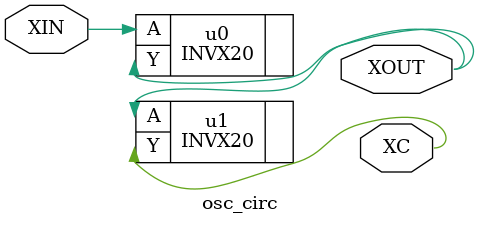
<source format=v>
module osc_circ(XIN, XOUT, XC);

output  XC;   
input   XIN;  
output	XOUT; 

INVX20 u0(.A(XIN), .Y(XOUT));
INVX20 u1(.A(XOUT), .Y(XC));

endmodule

</source>
